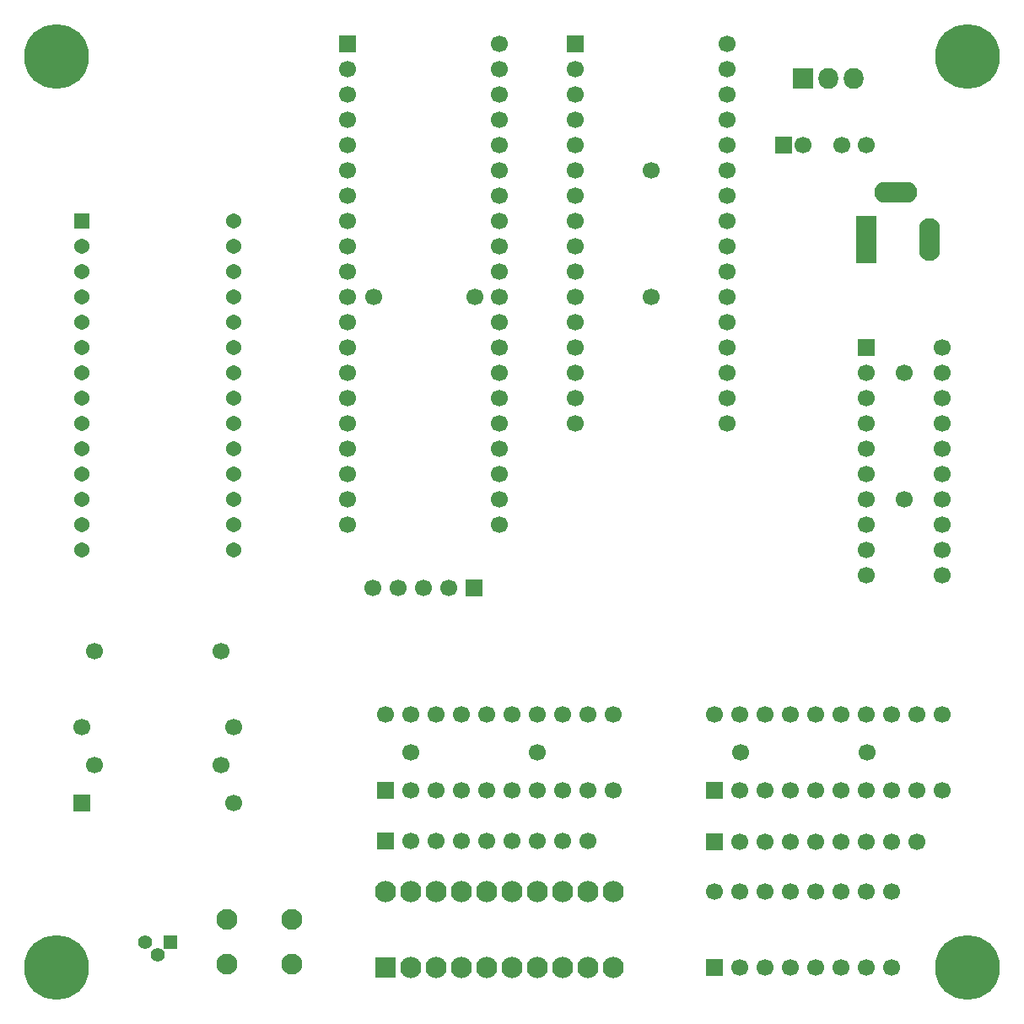
<source format=gbr>
%TF.GenerationSoftware,Novarm,DipTrace,4.3.0.4*%
%TF.CreationDate,2023-07-19T22:18:53+01:00*%
%FSLAX26Y26*%
%MOIN*%
%TF.FileFunction,Soldermask,Bot*%
%TF.Part,Single*%
%ADD45O,0.078937X0.082677*%
%ADD47R,0.078937X0.082677*%
%ADD49C,0.083937*%
%ADD51R,0.083937X0.083937*%
%ADD53C,0.06063*%
%ADD55R,0.06063X0.06063*%
%ADD57O,0.169291X0.082677*%
%ADD59O,0.082677X0.169291*%
%ADD61R,0.082677X0.185039*%
%ADD63C,0.082677*%
%ADD65C,0.055118*%
%ADD67R,0.055118X0.055118*%
%ADD69C,0.066929*%
%ADD71C,0.066929*%
%ADD73R,0.066929X0.066929*%
%ADD75C,0.255906*%
G75*
G01*
%LPD*%
D75*
X4143701Y4143701D3*
D73*
X3143701Y543701D3*
D71*
X3243701D3*
X3343701D3*
X3443701D3*
X3543701D3*
X3643701D3*
X3743701D3*
X3843701D3*
Y843701D3*
X3743701D3*
X3643701D3*
X3543701D3*
X3443701D3*
X3343701D3*
X3243701D3*
X3143701D3*
D69*
X2893701Y3693701D3*
Y3193701D3*
D67*
X993701Y643701D3*
D65*
X943701Y593701D3*
X893701Y643701D3*
D73*
X2593701Y4193701D3*
D71*
Y4093701D3*
Y3993701D3*
Y3893701D3*
Y3793701D3*
Y3693701D3*
Y3593701D3*
Y3493701D3*
Y3393701D3*
Y3293701D3*
Y3193701D3*
Y3093701D3*
Y2993701D3*
Y2893701D3*
Y2793701D3*
Y2693701D3*
X3193701D3*
Y2793701D3*
Y2893701D3*
Y2993701D3*
Y3093701D3*
Y3193701D3*
Y3293701D3*
Y3393701D3*
Y3493701D3*
Y3593701D3*
Y3693701D3*
Y3793701D3*
Y3893701D3*
Y3993701D3*
Y4093701D3*
Y4193701D3*
D69*
X3743701Y3793701D3*
X3645276D3*
X1794488Y3193701D3*
X2194488D3*
D63*
X1215748Y732283D3*
X1471654D3*
X1215748Y555118D3*
X1471654D3*
D75*
X4143701Y543701D3*
X543701Y4143701D3*
D73*
X2193701Y2043701D3*
D71*
X2093701D3*
X1993701D3*
X1893701D3*
X1793701D3*
D69*
X3893701Y2893701D3*
Y2393701D3*
D73*
X643701Y1193701D3*
D69*
X1243701D3*
Y1493701D3*
X643701D3*
D73*
X3143701Y1243701D3*
D71*
X3243701D3*
X3343701D3*
X3443701D3*
X3543701D3*
X3643701D3*
X3743701D3*
X3843701D3*
X3943701D3*
X4043701D3*
Y1543701D3*
X3943701D3*
X3843701D3*
X3743701D3*
X3643701D3*
X3543701D3*
X3443701D3*
X3343701D3*
X3243701D3*
X3143701D3*
D61*
X3743701Y3418110D3*
D59*
X3991732D3*
D57*
X3857874Y3607087D3*
D73*
X1693701Y4193701D3*
D71*
Y4093701D3*
Y3993701D3*
Y3893701D3*
Y3793701D3*
Y3693701D3*
Y3593701D3*
Y3493701D3*
Y3393701D3*
Y3293701D3*
Y3193701D3*
Y3093701D3*
Y2993701D3*
Y2893701D3*
Y2793701D3*
Y2693701D3*
Y2593701D3*
Y2493701D3*
Y2393701D3*
Y2293701D3*
X2293701D3*
Y2393701D3*
Y2493701D3*
Y2593701D3*
Y2693701D3*
Y2793701D3*
Y2893701D3*
Y2993701D3*
Y3093701D3*
Y3193701D3*
Y3293701D3*
Y3393701D3*
Y3493701D3*
Y3593701D3*
Y3693701D3*
Y3793701D3*
Y3893701D3*
Y3993701D3*
Y4093701D3*
Y4193701D3*
D69*
X3244488Y1393701D3*
X3744488D3*
D55*
X643701Y3493701D3*
D53*
Y3393701D3*
Y3293701D3*
Y3193701D3*
Y3093701D3*
Y2993701D3*
Y2893701D3*
Y2793701D3*
Y2693701D3*
Y2593701D3*
Y2493701D3*
Y2393701D3*
Y2293701D3*
Y2193701D3*
X1243701D3*
Y2293701D3*
Y2393701D3*
Y2493701D3*
Y2593701D3*
Y2693701D3*
Y2793701D3*
Y2893701D3*
Y2993701D3*
Y3093701D3*
Y3193701D3*
Y3293701D3*
Y3393701D3*
Y3493701D3*
D69*
X693701Y1343701D3*
X1193701D3*
X1943701Y1393701D3*
X2443701D3*
X1193701Y1793701D3*
X693701D3*
D73*
X1843701Y1243701D3*
D71*
X1943701D3*
X2043701D3*
X2143701D3*
X2243701D3*
X2343701D3*
X2443701D3*
X2543701D3*
X2643701D3*
X2743701D3*
Y1543701D3*
X2643701D3*
X2543701D3*
X2443701D3*
X2343701D3*
X2243701D3*
X2143701D3*
X2043701D3*
X1943701D3*
X1843701D3*
D73*
X3414961Y3793701D3*
D69*
X3493701D3*
D73*
X3143701Y1039370D3*
D71*
X3243701D3*
X3343701D3*
X3443701D3*
X3543701D3*
X3643701D3*
X3743701D3*
X3843701D3*
X3943701D3*
D51*
X1843701Y543701D3*
D49*
X1943701D3*
X2043701D3*
X2143701D3*
X2243701D3*
X2343701D3*
X2443701D3*
X2543701D3*
X2643701D3*
X2743701D3*
Y843701D3*
X2643701D3*
X2543701D3*
X2443701D3*
X2343701D3*
X2243701D3*
X2143701D3*
X2043701D3*
X1943701D3*
X1843701D3*
D73*
Y1043701D3*
D71*
X1943701D3*
X2043701D3*
X2143701D3*
X2243701D3*
X2343701D3*
X2443701D3*
X2543701D3*
X2643701D3*
D73*
X3743701Y2993701D3*
D71*
Y2893701D3*
Y2793701D3*
Y2693701D3*
Y2593701D3*
Y2493701D3*
Y2393701D3*
Y2293701D3*
Y2193701D3*
Y2093701D3*
X4043701D3*
Y2193701D3*
Y2293701D3*
Y2393701D3*
Y2493701D3*
Y2593701D3*
Y2693701D3*
Y2793701D3*
Y2893701D3*
Y2993701D3*
D75*
X543701Y543701D3*
D47*
X3493701Y4056496D3*
D45*
X3593701D3*
X3693701D3*
M02*

</source>
